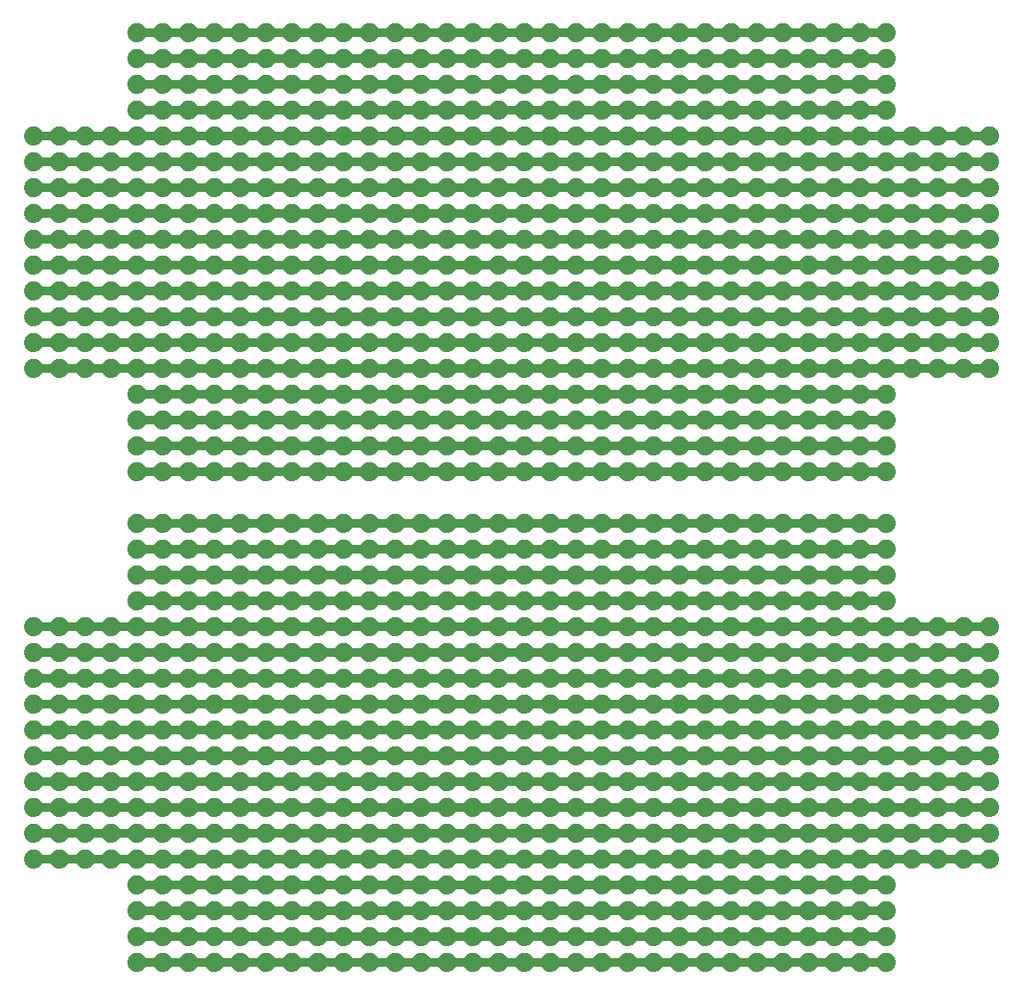
<source format=gbr>
G04 EAGLE Gerber RS-274X export*
G75*
%MOMM*%
%FSLAX34Y34*%
%LPD*%
%INBottom Copper*%
%IPPOS*%
%AMOC8*
5,1,8,0,0,1.08239X$1,22.5*%
G01*
%ADD10C,1.879600*%
%ADD11C,0.812800*%


D10*
X25400Y838200D03*
X50800Y838200D03*
X76200Y838200D03*
X101600Y838200D03*
X127000Y838200D03*
X152400Y838200D03*
X177800Y838200D03*
X203200Y838200D03*
X228600Y838200D03*
X254000Y838200D03*
X279400Y838200D03*
X304800Y838200D03*
X330200Y838200D03*
X355600Y838200D03*
X381000Y838200D03*
X406400Y838200D03*
X431800Y838200D03*
X457200Y838200D03*
X482600Y838200D03*
X508000Y838200D03*
X533400Y838200D03*
X558800Y838200D03*
X584200Y838200D03*
X609600Y838200D03*
X635000Y838200D03*
X660400Y838200D03*
X685800Y838200D03*
X711200Y838200D03*
X736600Y838200D03*
X762000Y838200D03*
X787400Y838200D03*
X812800Y838200D03*
X838200Y838200D03*
X863600Y838200D03*
X889000Y838200D03*
X914400Y838200D03*
X939800Y838200D03*
X965200Y838200D03*
X127000Y863600D03*
X152400Y863600D03*
X177800Y863600D03*
X203200Y863600D03*
X228600Y863600D03*
X254000Y863600D03*
X279400Y863600D03*
X304800Y863600D03*
X330200Y863600D03*
X355600Y863600D03*
X381000Y863600D03*
X406400Y863600D03*
X431800Y863600D03*
X457200Y863600D03*
X482600Y863600D03*
X508000Y863600D03*
X533400Y863600D03*
X558800Y863600D03*
X584200Y863600D03*
X609600Y863600D03*
X635000Y863600D03*
X660400Y863600D03*
X685800Y863600D03*
X711200Y863600D03*
X736600Y863600D03*
X762000Y863600D03*
X787400Y863600D03*
X812800Y863600D03*
X838200Y863600D03*
X863600Y863600D03*
X127000Y889000D03*
X152400Y889000D03*
X177800Y889000D03*
X203200Y889000D03*
X228600Y889000D03*
X254000Y889000D03*
X279400Y889000D03*
X304800Y889000D03*
X330200Y889000D03*
X355600Y889000D03*
X381000Y889000D03*
X406400Y889000D03*
X431800Y889000D03*
X457200Y889000D03*
X482600Y889000D03*
X508000Y889000D03*
X533400Y889000D03*
X558800Y889000D03*
X584200Y889000D03*
X609600Y889000D03*
X635000Y889000D03*
X660400Y889000D03*
X685800Y889000D03*
X711200Y889000D03*
X736600Y889000D03*
X762000Y889000D03*
X787400Y889000D03*
X812800Y889000D03*
X838200Y889000D03*
X863600Y889000D03*
X127000Y914400D03*
X152400Y914400D03*
X177800Y914400D03*
X203200Y914400D03*
X228600Y914400D03*
X254000Y914400D03*
X279400Y914400D03*
X304800Y914400D03*
X330200Y914400D03*
X355600Y914400D03*
X381000Y914400D03*
X406400Y914400D03*
X431800Y914400D03*
X457200Y914400D03*
X482600Y914400D03*
X508000Y914400D03*
X533400Y914400D03*
X558800Y914400D03*
X584200Y914400D03*
X609600Y914400D03*
X635000Y914400D03*
X660400Y914400D03*
X685800Y914400D03*
X711200Y914400D03*
X736600Y914400D03*
X762000Y914400D03*
X787400Y914400D03*
X812800Y914400D03*
X838200Y914400D03*
X863600Y914400D03*
X127000Y939800D03*
X152400Y939800D03*
X177800Y939800D03*
X203200Y939800D03*
X228600Y939800D03*
X254000Y939800D03*
X279400Y939800D03*
X304800Y939800D03*
X330200Y939800D03*
X355600Y939800D03*
X381000Y939800D03*
X406400Y939800D03*
X431800Y939800D03*
X457200Y939800D03*
X482600Y939800D03*
X508000Y939800D03*
X533400Y939800D03*
X558800Y939800D03*
X584200Y939800D03*
X609600Y939800D03*
X635000Y939800D03*
X660400Y939800D03*
X685800Y939800D03*
X711200Y939800D03*
X736600Y939800D03*
X762000Y939800D03*
X787400Y939800D03*
X812800Y939800D03*
X838200Y939800D03*
X863600Y939800D03*
X25400Y812800D03*
X50800Y812800D03*
X76200Y812800D03*
X101600Y812800D03*
X127000Y812800D03*
X152400Y812800D03*
X177800Y812800D03*
X203200Y812800D03*
X228600Y812800D03*
X254000Y812800D03*
X279400Y812800D03*
X304800Y812800D03*
X330200Y812800D03*
X355600Y812800D03*
X381000Y812800D03*
X406400Y812800D03*
X431800Y812800D03*
X457200Y812800D03*
X482600Y812800D03*
X508000Y812800D03*
X533400Y812800D03*
X558800Y812800D03*
X584200Y812800D03*
X609600Y812800D03*
X635000Y812800D03*
X660400Y812800D03*
X685800Y812800D03*
X711200Y812800D03*
X736600Y812800D03*
X762000Y812800D03*
X787400Y812800D03*
X812800Y812800D03*
X838200Y812800D03*
X863600Y812800D03*
X889000Y812800D03*
X914400Y812800D03*
X939800Y812800D03*
X965200Y812800D03*
X25400Y787400D03*
X50800Y787400D03*
X76200Y787400D03*
X101600Y787400D03*
X127000Y787400D03*
X152400Y787400D03*
X177800Y787400D03*
X203200Y787400D03*
X228600Y787400D03*
X254000Y787400D03*
X279400Y787400D03*
X304800Y787400D03*
X330200Y787400D03*
X355600Y787400D03*
X381000Y787400D03*
X406400Y787400D03*
X431800Y787400D03*
X457200Y787400D03*
X482600Y787400D03*
X508000Y787400D03*
X533400Y787400D03*
X558800Y787400D03*
X584200Y787400D03*
X609600Y787400D03*
X635000Y787400D03*
X660400Y787400D03*
X685800Y787400D03*
X711200Y787400D03*
X736600Y787400D03*
X762000Y787400D03*
X787400Y787400D03*
X812800Y787400D03*
X838200Y787400D03*
X863600Y787400D03*
X889000Y787400D03*
X914400Y787400D03*
X939800Y787400D03*
X965200Y787400D03*
X25400Y762000D03*
X50800Y762000D03*
X76200Y762000D03*
X101600Y762000D03*
X127000Y762000D03*
X152400Y762000D03*
X177800Y762000D03*
X203200Y762000D03*
X228600Y762000D03*
X254000Y762000D03*
X279400Y762000D03*
X304800Y762000D03*
X330200Y762000D03*
X355600Y762000D03*
X381000Y762000D03*
X406400Y762000D03*
X431800Y762000D03*
X457200Y762000D03*
X482600Y762000D03*
X508000Y762000D03*
X533400Y762000D03*
X558800Y762000D03*
X584200Y762000D03*
X609600Y762000D03*
X635000Y762000D03*
X660400Y762000D03*
X685800Y762000D03*
X711200Y762000D03*
X736600Y762000D03*
X762000Y762000D03*
X787400Y762000D03*
X812800Y762000D03*
X838200Y762000D03*
X863600Y762000D03*
X889000Y762000D03*
X914400Y762000D03*
X939800Y762000D03*
X965200Y762000D03*
X25400Y736600D03*
X50800Y736600D03*
X76200Y736600D03*
X101600Y736600D03*
X127000Y736600D03*
X152400Y736600D03*
X177800Y736600D03*
X203200Y736600D03*
X228600Y736600D03*
X254000Y736600D03*
X279400Y736600D03*
X304800Y736600D03*
X330200Y736600D03*
X355600Y736600D03*
X381000Y736600D03*
X406400Y736600D03*
X431800Y736600D03*
X457200Y736600D03*
X482600Y736600D03*
X508000Y736600D03*
X533400Y736600D03*
X558800Y736600D03*
X584200Y736600D03*
X609600Y736600D03*
X635000Y736600D03*
X660400Y736600D03*
X685800Y736600D03*
X711200Y736600D03*
X736600Y736600D03*
X762000Y736600D03*
X787400Y736600D03*
X812800Y736600D03*
X838200Y736600D03*
X863600Y736600D03*
X889000Y736600D03*
X914400Y736600D03*
X939800Y736600D03*
X965200Y736600D03*
X25400Y711200D03*
X50800Y711200D03*
X76200Y711200D03*
X101600Y711200D03*
X127000Y711200D03*
X152400Y711200D03*
X177800Y711200D03*
X203200Y711200D03*
X228600Y711200D03*
X254000Y711200D03*
X279400Y711200D03*
X304800Y711200D03*
X330200Y711200D03*
X355600Y711200D03*
X381000Y711200D03*
X406400Y711200D03*
X431800Y711200D03*
X457200Y711200D03*
X482600Y711200D03*
X508000Y711200D03*
X533400Y711200D03*
X558800Y711200D03*
X584200Y711200D03*
X609600Y711200D03*
X635000Y711200D03*
X660400Y711200D03*
X685800Y711200D03*
X711200Y711200D03*
X736600Y711200D03*
X762000Y711200D03*
X787400Y711200D03*
X812800Y711200D03*
X838200Y711200D03*
X863600Y711200D03*
X889000Y711200D03*
X914400Y711200D03*
X939800Y711200D03*
X965200Y711200D03*
X25400Y685800D03*
X50800Y685800D03*
X76200Y685800D03*
X101600Y685800D03*
X127000Y685800D03*
X152400Y685800D03*
X177800Y685800D03*
X203200Y685800D03*
X228600Y685800D03*
X254000Y685800D03*
X279400Y685800D03*
X304800Y685800D03*
X330200Y685800D03*
X355600Y685800D03*
X381000Y685800D03*
X406400Y685800D03*
X431800Y685800D03*
X457200Y685800D03*
X482600Y685800D03*
X508000Y685800D03*
X533400Y685800D03*
X558800Y685800D03*
X584200Y685800D03*
X609600Y685800D03*
X635000Y685800D03*
X660400Y685800D03*
X685800Y685800D03*
X711200Y685800D03*
X736600Y685800D03*
X762000Y685800D03*
X787400Y685800D03*
X812800Y685800D03*
X838200Y685800D03*
X863600Y685800D03*
X889000Y685800D03*
X914400Y685800D03*
X939800Y685800D03*
X965200Y685800D03*
X25400Y660400D03*
X50800Y660400D03*
X76200Y660400D03*
X101600Y660400D03*
X127000Y660400D03*
X152400Y660400D03*
X177800Y660400D03*
X203200Y660400D03*
X228600Y660400D03*
X254000Y660400D03*
X279400Y660400D03*
X304800Y660400D03*
X330200Y660400D03*
X355600Y660400D03*
X381000Y660400D03*
X406400Y660400D03*
X431800Y660400D03*
X457200Y660400D03*
X482600Y660400D03*
X508000Y660400D03*
X533400Y660400D03*
X558800Y660400D03*
X584200Y660400D03*
X609600Y660400D03*
X635000Y660400D03*
X660400Y660400D03*
X685800Y660400D03*
X711200Y660400D03*
X736600Y660400D03*
X762000Y660400D03*
X787400Y660400D03*
X812800Y660400D03*
X838200Y660400D03*
X863600Y660400D03*
X889000Y660400D03*
X914400Y660400D03*
X939800Y660400D03*
X965200Y660400D03*
X25400Y635000D03*
X50800Y635000D03*
X76200Y635000D03*
X101600Y635000D03*
X127000Y635000D03*
X152400Y635000D03*
X177800Y635000D03*
X203200Y635000D03*
X228600Y635000D03*
X254000Y635000D03*
X279400Y635000D03*
X304800Y635000D03*
X330200Y635000D03*
X355600Y635000D03*
X381000Y635000D03*
X406400Y635000D03*
X431800Y635000D03*
X457200Y635000D03*
X482600Y635000D03*
X508000Y635000D03*
X533400Y635000D03*
X558800Y635000D03*
X584200Y635000D03*
X609600Y635000D03*
X635000Y635000D03*
X660400Y635000D03*
X685800Y635000D03*
X711200Y635000D03*
X736600Y635000D03*
X762000Y635000D03*
X787400Y635000D03*
X812800Y635000D03*
X838200Y635000D03*
X863600Y635000D03*
X889000Y635000D03*
X914400Y635000D03*
X939800Y635000D03*
X965200Y635000D03*
X25400Y609600D03*
X50800Y609600D03*
X76200Y609600D03*
X101600Y609600D03*
X127000Y609600D03*
X152400Y609600D03*
X177800Y609600D03*
X203200Y609600D03*
X228600Y609600D03*
X254000Y609600D03*
X279400Y609600D03*
X304800Y609600D03*
X330200Y609600D03*
X355600Y609600D03*
X381000Y609600D03*
X406400Y609600D03*
X431800Y609600D03*
X457200Y609600D03*
X482600Y609600D03*
X508000Y609600D03*
X533400Y609600D03*
X558800Y609600D03*
X584200Y609600D03*
X609600Y609600D03*
X635000Y609600D03*
X660400Y609600D03*
X685800Y609600D03*
X711200Y609600D03*
X736600Y609600D03*
X762000Y609600D03*
X787400Y609600D03*
X812800Y609600D03*
X838200Y609600D03*
X863600Y609600D03*
X889000Y609600D03*
X914400Y609600D03*
X939800Y609600D03*
X965200Y609600D03*
X127000Y508000D03*
X152400Y508000D03*
X177800Y508000D03*
X203200Y508000D03*
X228600Y508000D03*
X254000Y508000D03*
X279400Y508000D03*
X304800Y508000D03*
X330200Y508000D03*
X355600Y508000D03*
X381000Y508000D03*
X406400Y508000D03*
X431800Y508000D03*
X457200Y508000D03*
X482600Y508000D03*
X508000Y508000D03*
X533400Y508000D03*
X558800Y508000D03*
X584200Y508000D03*
X609600Y508000D03*
X635000Y508000D03*
X660400Y508000D03*
X685800Y508000D03*
X711200Y508000D03*
X736600Y508000D03*
X762000Y508000D03*
X787400Y508000D03*
X812800Y508000D03*
X838200Y508000D03*
X863600Y508000D03*
X127000Y533400D03*
X152400Y533400D03*
X177800Y533400D03*
X203200Y533400D03*
X228600Y533400D03*
X254000Y533400D03*
X279400Y533400D03*
X304800Y533400D03*
X330200Y533400D03*
X355600Y533400D03*
X381000Y533400D03*
X406400Y533400D03*
X431800Y533400D03*
X457200Y533400D03*
X482600Y533400D03*
X508000Y533400D03*
X533400Y533400D03*
X558800Y533400D03*
X584200Y533400D03*
X609600Y533400D03*
X635000Y533400D03*
X660400Y533400D03*
X685800Y533400D03*
X711200Y533400D03*
X736600Y533400D03*
X762000Y533400D03*
X787400Y533400D03*
X812800Y533400D03*
X838200Y533400D03*
X863600Y533400D03*
X127000Y558800D03*
X152400Y558800D03*
X177800Y558800D03*
X203200Y558800D03*
X228600Y558800D03*
X254000Y558800D03*
X279400Y558800D03*
X304800Y558800D03*
X330200Y558800D03*
X355600Y558800D03*
X381000Y558800D03*
X406400Y558800D03*
X431800Y558800D03*
X457200Y558800D03*
X482600Y558800D03*
X508000Y558800D03*
X533400Y558800D03*
X558800Y558800D03*
X584200Y558800D03*
X609600Y558800D03*
X635000Y558800D03*
X660400Y558800D03*
X685800Y558800D03*
X711200Y558800D03*
X736600Y558800D03*
X762000Y558800D03*
X787400Y558800D03*
X812800Y558800D03*
X838200Y558800D03*
X863600Y558800D03*
X127000Y584200D03*
X152400Y584200D03*
X177800Y584200D03*
X203200Y584200D03*
X228600Y584200D03*
X254000Y584200D03*
X279400Y584200D03*
X304800Y584200D03*
X330200Y584200D03*
X355600Y584200D03*
X381000Y584200D03*
X406400Y584200D03*
X431800Y584200D03*
X457200Y584200D03*
X482600Y584200D03*
X508000Y584200D03*
X533400Y584200D03*
X558800Y584200D03*
X584200Y584200D03*
X609600Y584200D03*
X635000Y584200D03*
X660400Y584200D03*
X685800Y584200D03*
X711200Y584200D03*
X736600Y584200D03*
X762000Y584200D03*
X787400Y584200D03*
X812800Y584200D03*
X838200Y584200D03*
X863600Y584200D03*
X25400Y355600D03*
X50800Y355600D03*
X76200Y355600D03*
X101600Y355600D03*
X127000Y355600D03*
X152400Y355600D03*
X177800Y355600D03*
X203200Y355600D03*
X228600Y355600D03*
X254000Y355600D03*
X279400Y355600D03*
X304800Y355600D03*
X330200Y355600D03*
X355600Y355600D03*
X381000Y355600D03*
X406400Y355600D03*
X431800Y355600D03*
X457200Y355600D03*
X482600Y355600D03*
X508000Y355600D03*
X533400Y355600D03*
X558800Y355600D03*
X584200Y355600D03*
X609600Y355600D03*
X635000Y355600D03*
X660400Y355600D03*
X685800Y355600D03*
X711200Y355600D03*
X736600Y355600D03*
X762000Y355600D03*
X787400Y355600D03*
X812800Y355600D03*
X838200Y355600D03*
X863600Y355600D03*
X889000Y355600D03*
X914400Y355600D03*
X939800Y355600D03*
X965200Y355600D03*
X127000Y381000D03*
X152400Y381000D03*
X177800Y381000D03*
X203200Y381000D03*
X228600Y381000D03*
X254000Y381000D03*
X279400Y381000D03*
X304800Y381000D03*
X330200Y381000D03*
X355600Y381000D03*
X381000Y381000D03*
X406400Y381000D03*
X431800Y381000D03*
X457200Y381000D03*
X482600Y381000D03*
X508000Y381000D03*
X533400Y381000D03*
X558800Y381000D03*
X584200Y381000D03*
X609600Y381000D03*
X635000Y381000D03*
X660400Y381000D03*
X685800Y381000D03*
X711200Y381000D03*
X736600Y381000D03*
X762000Y381000D03*
X787400Y381000D03*
X812800Y381000D03*
X838200Y381000D03*
X863600Y381000D03*
X127000Y406400D03*
X152400Y406400D03*
X177800Y406400D03*
X203200Y406400D03*
X228600Y406400D03*
X254000Y406400D03*
X279400Y406400D03*
X304800Y406400D03*
X330200Y406400D03*
X355600Y406400D03*
X381000Y406400D03*
X406400Y406400D03*
X431800Y406400D03*
X457200Y406400D03*
X482600Y406400D03*
X508000Y406400D03*
X533400Y406400D03*
X558800Y406400D03*
X584200Y406400D03*
X609600Y406400D03*
X635000Y406400D03*
X660400Y406400D03*
X685800Y406400D03*
X711200Y406400D03*
X736600Y406400D03*
X762000Y406400D03*
X787400Y406400D03*
X812800Y406400D03*
X838200Y406400D03*
X863600Y406400D03*
X127000Y431800D03*
X152400Y431800D03*
X177800Y431800D03*
X203200Y431800D03*
X228600Y431800D03*
X254000Y431800D03*
X279400Y431800D03*
X304800Y431800D03*
X330200Y431800D03*
X355600Y431800D03*
X381000Y431800D03*
X406400Y431800D03*
X431800Y431800D03*
X457200Y431800D03*
X482600Y431800D03*
X508000Y431800D03*
X533400Y431800D03*
X558800Y431800D03*
X584200Y431800D03*
X609600Y431800D03*
X635000Y431800D03*
X660400Y431800D03*
X685800Y431800D03*
X711200Y431800D03*
X736600Y431800D03*
X762000Y431800D03*
X787400Y431800D03*
X812800Y431800D03*
X838200Y431800D03*
X863600Y431800D03*
X127000Y457200D03*
X152400Y457200D03*
X177800Y457200D03*
X203200Y457200D03*
X228600Y457200D03*
X254000Y457200D03*
X279400Y457200D03*
X304800Y457200D03*
X330200Y457200D03*
X355600Y457200D03*
X381000Y457200D03*
X406400Y457200D03*
X431800Y457200D03*
X457200Y457200D03*
X482600Y457200D03*
X508000Y457200D03*
X533400Y457200D03*
X558800Y457200D03*
X584200Y457200D03*
X609600Y457200D03*
X635000Y457200D03*
X660400Y457200D03*
X685800Y457200D03*
X711200Y457200D03*
X736600Y457200D03*
X762000Y457200D03*
X787400Y457200D03*
X812800Y457200D03*
X838200Y457200D03*
X863600Y457200D03*
X25400Y330200D03*
X50800Y330200D03*
X76200Y330200D03*
X101600Y330200D03*
X127000Y330200D03*
X152400Y330200D03*
X177800Y330200D03*
X203200Y330200D03*
X228600Y330200D03*
X254000Y330200D03*
X279400Y330200D03*
X304800Y330200D03*
X330200Y330200D03*
X355600Y330200D03*
X381000Y330200D03*
X406400Y330200D03*
X431800Y330200D03*
X457200Y330200D03*
X482600Y330200D03*
X508000Y330200D03*
X533400Y330200D03*
X558800Y330200D03*
X584200Y330200D03*
X609600Y330200D03*
X635000Y330200D03*
X660400Y330200D03*
X685800Y330200D03*
X711200Y330200D03*
X736600Y330200D03*
X762000Y330200D03*
X787400Y330200D03*
X812800Y330200D03*
X838200Y330200D03*
X863600Y330200D03*
X889000Y330200D03*
X914400Y330200D03*
X939800Y330200D03*
X965200Y330200D03*
X25400Y304800D03*
X50800Y304800D03*
X76200Y304800D03*
X101600Y304800D03*
X127000Y304800D03*
X152400Y304800D03*
X177800Y304800D03*
X203200Y304800D03*
X228600Y304800D03*
X254000Y304800D03*
X279400Y304800D03*
X304800Y304800D03*
X330200Y304800D03*
X355600Y304800D03*
X381000Y304800D03*
X406400Y304800D03*
X431800Y304800D03*
X457200Y304800D03*
X482600Y304800D03*
X508000Y304800D03*
X533400Y304800D03*
X558800Y304800D03*
X584200Y304800D03*
X609600Y304800D03*
X635000Y304800D03*
X660400Y304800D03*
X685800Y304800D03*
X711200Y304800D03*
X736600Y304800D03*
X762000Y304800D03*
X787400Y304800D03*
X812800Y304800D03*
X838200Y304800D03*
X863600Y304800D03*
X889000Y304800D03*
X914400Y304800D03*
X939800Y304800D03*
X965200Y304800D03*
X25400Y279400D03*
X50800Y279400D03*
X76200Y279400D03*
X101600Y279400D03*
X127000Y279400D03*
X152400Y279400D03*
X177800Y279400D03*
X203200Y279400D03*
X228600Y279400D03*
X254000Y279400D03*
X279400Y279400D03*
X304800Y279400D03*
X330200Y279400D03*
X355600Y279400D03*
X381000Y279400D03*
X406400Y279400D03*
X431800Y279400D03*
X457200Y279400D03*
X482600Y279400D03*
X508000Y279400D03*
X533400Y279400D03*
X558800Y279400D03*
X584200Y279400D03*
X609600Y279400D03*
X635000Y279400D03*
X660400Y279400D03*
X685800Y279400D03*
X711200Y279400D03*
X736600Y279400D03*
X762000Y279400D03*
X787400Y279400D03*
X812800Y279400D03*
X838200Y279400D03*
X863600Y279400D03*
X889000Y279400D03*
X914400Y279400D03*
X939800Y279400D03*
X965200Y279400D03*
X25400Y254000D03*
X50800Y254000D03*
X76200Y254000D03*
X101600Y254000D03*
X127000Y254000D03*
X152400Y254000D03*
X177800Y254000D03*
X203200Y254000D03*
X228600Y254000D03*
X254000Y254000D03*
X279400Y254000D03*
X304800Y254000D03*
X330200Y254000D03*
X355600Y254000D03*
X381000Y254000D03*
X406400Y254000D03*
X431800Y254000D03*
X457200Y254000D03*
X482600Y254000D03*
X508000Y254000D03*
X533400Y254000D03*
X558800Y254000D03*
X584200Y254000D03*
X609600Y254000D03*
X635000Y254000D03*
X660400Y254000D03*
X685800Y254000D03*
X711200Y254000D03*
X736600Y254000D03*
X762000Y254000D03*
X787400Y254000D03*
X812800Y254000D03*
X838200Y254000D03*
X863600Y254000D03*
X889000Y254000D03*
X914400Y254000D03*
X939800Y254000D03*
X965200Y254000D03*
X25400Y228600D03*
X50800Y228600D03*
X76200Y228600D03*
X101600Y228600D03*
X127000Y228600D03*
X152400Y228600D03*
X177800Y228600D03*
X203200Y228600D03*
X228600Y228600D03*
X254000Y228600D03*
X279400Y228600D03*
X304800Y228600D03*
X330200Y228600D03*
X355600Y228600D03*
X381000Y228600D03*
X406400Y228600D03*
X431800Y228600D03*
X457200Y228600D03*
X482600Y228600D03*
X508000Y228600D03*
X533400Y228600D03*
X558800Y228600D03*
X584200Y228600D03*
X609600Y228600D03*
X635000Y228600D03*
X660400Y228600D03*
X685800Y228600D03*
X711200Y228600D03*
X736600Y228600D03*
X762000Y228600D03*
X787400Y228600D03*
X812800Y228600D03*
X838200Y228600D03*
X863600Y228600D03*
X889000Y228600D03*
X914400Y228600D03*
X939800Y228600D03*
X965200Y228600D03*
X25400Y203200D03*
X50800Y203200D03*
X76200Y203200D03*
X101600Y203200D03*
X127000Y203200D03*
X152400Y203200D03*
X177800Y203200D03*
X203200Y203200D03*
X228600Y203200D03*
X254000Y203200D03*
X279400Y203200D03*
X304800Y203200D03*
X330200Y203200D03*
X355600Y203200D03*
X381000Y203200D03*
X406400Y203200D03*
X431800Y203200D03*
X457200Y203200D03*
X482600Y203200D03*
X508000Y203200D03*
X533400Y203200D03*
X558800Y203200D03*
X584200Y203200D03*
X609600Y203200D03*
X635000Y203200D03*
X660400Y203200D03*
X685800Y203200D03*
X711200Y203200D03*
X736600Y203200D03*
X762000Y203200D03*
X787400Y203200D03*
X812800Y203200D03*
X838200Y203200D03*
X863600Y203200D03*
X889000Y203200D03*
X914400Y203200D03*
X939800Y203200D03*
X965200Y203200D03*
X25400Y177800D03*
X50800Y177800D03*
X76200Y177800D03*
X101600Y177800D03*
X127000Y177800D03*
X152400Y177800D03*
X177800Y177800D03*
X203200Y177800D03*
X228600Y177800D03*
X254000Y177800D03*
X279400Y177800D03*
X304800Y177800D03*
X330200Y177800D03*
X355600Y177800D03*
X381000Y177800D03*
X406400Y177800D03*
X431800Y177800D03*
X457200Y177800D03*
X482600Y177800D03*
X508000Y177800D03*
X533400Y177800D03*
X558800Y177800D03*
X584200Y177800D03*
X609600Y177800D03*
X635000Y177800D03*
X660400Y177800D03*
X685800Y177800D03*
X711200Y177800D03*
X736600Y177800D03*
X762000Y177800D03*
X787400Y177800D03*
X812800Y177800D03*
X838200Y177800D03*
X863600Y177800D03*
X889000Y177800D03*
X914400Y177800D03*
X939800Y177800D03*
X965200Y177800D03*
X25400Y152400D03*
X50800Y152400D03*
X76200Y152400D03*
X101600Y152400D03*
X127000Y152400D03*
X152400Y152400D03*
X177800Y152400D03*
X203200Y152400D03*
X228600Y152400D03*
X254000Y152400D03*
X279400Y152400D03*
X304800Y152400D03*
X330200Y152400D03*
X355600Y152400D03*
X381000Y152400D03*
X406400Y152400D03*
X431800Y152400D03*
X457200Y152400D03*
X482600Y152400D03*
X508000Y152400D03*
X533400Y152400D03*
X558800Y152400D03*
X584200Y152400D03*
X609600Y152400D03*
X635000Y152400D03*
X660400Y152400D03*
X685800Y152400D03*
X711200Y152400D03*
X736600Y152400D03*
X762000Y152400D03*
X787400Y152400D03*
X812800Y152400D03*
X838200Y152400D03*
X863600Y152400D03*
X889000Y152400D03*
X914400Y152400D03*
X939800Y152400D03*
X965200Y152400D03*
X25400Y127000D03*
X50800Y127000D03*
X76200Y127000D03*
X101600Y127000D03*
X127000Y127000D03*
X152400Y127000D03*
X177800Y127000D03*
X203200Y127000D03*
X228600Y127000D03*
X254000Y127000D03*
X279400Y127000D03*
X304800Y127000D03*
X330200Y127000D03*
X355600Y127000D03*
X381000Y127000D03*
X406400Y127000D03*
X431800Y127000D03*
X457200Y127000D03*
X482600Y127000D03*
X508000Y127000D03*
X533400Y127000D03*
X558800Y127000D03*
X584200Y127000D03*
X609600Y127000D03*
X635000Y127000D03*
X660400Y127000D03*
X685800Y127000D03*
X711200Y127000D03*
X736600Y127000D03*
X762000Y127000D03*
X787400Y127000D03*
X812800Y127000D03*
X838200Y127000D03*
X863600Y127000D03*
X889000Y127000D03*
X914400Y127000D03*
X939800Y127000D03*
X965200Y127000D03*
X127000Y25400D03*
X152400Y25400D03*
X177800Y25400D03*
X203200Y25400D03*
X228600Y25400D03*
X254000Y25400D03*
X279400Y25400D03*
X304800Y25400D03*
X330200Y25400D03*
X355600Y25400D03*
X381000Y25400D03*
X406400Y25400D03*
X431800Y25400D03*
X457200Y25400D03*
X482600Y25400D03*
X508000Y25400D03*
X533400Y25400D03*
X558800Y25400D03*
X584200Y25400D03*
X609600Y25400D03*
X635000Y25400D03*
X660400Y25400D03*
X685800Y25400D03*
X711200Y25400D03*
X736600Y25400D03*
X762000Y25400D03*
X787400Y25400D03*
X812800Y25400D03*
X838200Y25400D03*
X863600Y25400D03*
X127000Y50800D03*
X152400Y50800D03*
X177800Y50800D03*
X203200Y50800D03*
X228600Y50800D03*
X254000Y50800D03*
X279400Y50800D03*
X304800Y50800D03*
X330200Y50800D03*
X355600Y50800D03*
X381000Y50800D03*
X406400Y50800D03*
X431800Y50800D03*
X457200Y50800D03*
X482600Y50800D03*
X508000Y50800D03*
X533400Y50800D03*
X558800Y50800D03*
X584200Y50800D03*
X609600Y50800D03*
X635000Y50800D03*
X660400Y50800D03*
X685800Y50800D03*
X711200Y50800D03*
X736600Y50800D03*
X762000Y50800D03*
X787400Y50800D03*
X812800Y50800D03*
X838200Y50800D03*
X863600Y50800D03*
X127000Y76200D03*
X152400Y76200D03*
X177800Y76200D03*
X203200Y76200D03*
X228600Y76200D03*
X254000Y76200D03*
X279400Y76200D03*
X304800Y76200D03*
X330200Y76200D03*
X355600Y76200D03*
X381000Y76200D03*
X406400Y76200D03*
X431800Y76200D03*
X457200Y76200D03*
X482600Y76200D03*
X508000Y76200D03*
X533400Y76200D03*
X558800Y76200D03*
X584200Y76200D03*
X609600Y76200D03*
X635000Y76200D03*
X660400Y76200D03*
X685800Y76200D03*
X711200Y76200D03*
X736600Y76200D03*
X762000Y76200D03*
X787400Y76200D03*
X812800Y76200D03*
X838200Y76200D03*
X863600Y76200D03*
X127000Y101600D03*
X152400Y101600D03*
X177800Y101600D03*
X203200Y101600D03*
X228600Y101600D03*
X254000Y101600D03*
X279400Y101600D03*
X304800Y101600D03*
X330200Y101600D03*
X355600Y101600D03*
X381000Y101600D03*
X406400Y101600D03*
X431800Y101600D03*
X457200Y101600D03*
X482600Y101600D03*
X508000Y101600D03*
X533400Y101600D03*
X558800Y101600D03*
X584200Y101600D03*
X609600Y101600D03*
X635000Y101600D03*
X660400Y101600D03*
X685800Y101600D03*
X711200Y101600D03*
X736600Y101600D03*
X762000Y101600D03*
X787400Y101600D03*
X812800Y101600D03*
X838200Y101600D03*
X863600Y101600D03*
D11*
X152400Y939800D02*
X127000Y939800D01*
X152400Y939800D02*
X177800Y939800D01*
X203200Y939800D01*
X228600Y939800D01*
X254000Y939800D01*
X279400Y939800D01*
X304800Y939800D01*
X330200Y939800D01*
X355600Y939800D01*
X381000Y939800D01*
X406400Y939800D01*
X431800Y939800D01*
X457200Y939800D01*
X482600Y939800D01*
X508000Y939800D01*
X533400Y939800D01*
X558800Y939800D01*
X584200Y939800D01*
X609600Y939800D01*
X635000Y939800D01*
X660400Y939800D01*
X685800Y939800D01*
X711200Y939800D01*
X736600Y939800D01*
X762000Y939800D01*
X787400Y939800D01*
X812800Y939800D01*
X838200Y939800D01*
X863600Y939800D01*
X863600Y914400D02*
X838200Y914400D01*
X812800Y914400D01*
X787400Y914400D01*
X762000Y914400D01*
X736600Y914400D01*
X711200Y914400D01*
X685800Y914400D01*
X660400Y914400D01*
X635000Y914400D01*
X609600Y914400D01*
X584200Y914400D01*
X558800Y914400D01*
X533400Y914400D01*
X508000Y914400D01*
X482600Y914400D01*
X457200Y914400D01*
X431800Y914400D01*
X406400Y914400D01*
X381000Y914400D01*
X355600Y914400D01*
X330200Y914400D01*
X304800Y914400D01*
X279400Y914400D01*
X254000Y914400D01*
X228600Y914400D01*
X203200Y914400D01*
X177800Y914400D01*
X152400Y914400D01*
X127000Y914400D01*
X127000Y889000D02*
X152400Y889000D01*
X177800Y889000D01*
X203200Y889000D01*
X228600Y889000D01*
X254000Y889000D01*
X279400Y889000D01*
X304800Y889000D01*
X330200Y889000D01*
X355600Y889000D01*
X381000Y889000D01*
X406400Y889000D01*
X431800Y889000D01*
X457200Y889000D01*
X482600Y889000D01*
X508000Y889000D01*
X533400Y889000D01*
X558800Y889000D01*
X584200Y889000D01*
X609600Y889000D01*
X635000Y889000D01*
X660400Y889000D01*
X685800Y889000D01*
X711200Y889000D01*
X736600Y889000D01*
X762000Y889000D01*
X787400Y889000D01*
X812800Y889000D01*
X838200Y889000D01*
X863600Y889000D01*
X863600Y863600D02*
X838200Y863600D01*
X812800Y863600D01*
X787400Y863600D01*
X762000Y863600D01*
X736600Y863600D01*
X711200Y863600D01*
X685800Y863600D01*
X660400Y863600D01*
X635000Y863600D01*
X609600Y863600D01*
X584200Y863600D01*
X558800Y863600D01*
X533400Y863600D01*
X508000Y863600D01*
X482600Y863600D01*
X457200Y863600D01*
X431800Y863600D01*
X406400Y863600D01*
X381000Y863600D01*
X355600Y863600D01*
X330200Y863600D01*
X304800Y863600D01*
X279400Y863600D01*
X254000Y863600D01*
X228600Y863600D01*
X203200Y863600D01*
X177800Y863600D01*
X152400Y863600D01*
X127000Y863600D01*
X50800Y838200D02*
X25400Y838200D01*
X50800Y838200D02*
X76200Y838200D01*
X101600Y838200D01*
X127000Y838200D01*
X152400Y838200D01*
X177800Y838200D01*
X203200Y838200D01*
X228600Y838200D01*
X254000Y838200D01*
X279400Y838200D01*
X304800Y838200D01*
X330200Y838200D01*
X355600Y838200D01*
X381000Y838200D01*
X406400Y838200D01*
X431800Y838200D01*
X457200Y838200D01*
X482600Y838200D01*
X508000Y838200D01*
X533400Y838200D01*
X558800Y838200D01*
X584200Y838200D01*
X609600Y838200D01*
X635000Y838200D01*
X660400Y838200D01*
X685800Y838200D01*
X711200Y838200D01*
X736600Y838200D01*
X762000Y838200D01*
X787400Y838200D01*
X812800Y838200D01*
X838200Y838200D01*
X863600Y838200D01*
X889000Y838200D01*
X914400Y838200D01*
X939800Y838200D01*
X965200Y838200D01*
X965200Y812800D02*
X939800Y812800D01*
X914400Y812800D01*
X889000Y812800D01*
X863600Y812800D01*
X838200Y812800D01*
X812800Y812800D01*
X787400Y812800D01*
X762000Y812800D01*
X736600Y812800D01*
X711200Y812800D01*
X685800Y812800D01*
X660400Y812800D01*
X635000Y812800D01*
X609600Y812800D01*
X584200Y812800D01*
X558800Y812800D01*
X533400Y812800D01*
X508000Y812800D01*
X482600Y812800D01*
X457200Y812800D01*
X431800Y812800D01*
X406400Y812800D01*
X381000Y812800D01*
X355600Y812800D01*
X330200Y812800D01*
X304800Y812800D01*
X279400Y812800D01*
X254000Y812800D01*
X228600Y812800D01*
X203200Y812800D01*
X177800Y812800D01*
X152400Y812800D01*
X127000Y812800D01*
X101600Y812800D01*
X76200Y812800D01*
X50800Y812800D01*
X25400Y812800D01*
X25400Y787400D02*
X50800Y787400D01*
X76200Y787400D01*
X101600Y787400D01*
X127000Y787400D01*
X152400Y787400D01*
X177800Y787400D01*
X203200Y787400D01*
X228600Y787400D01*
X254000Y787400D01*
X279400Y787400D01*
X304800Y787400D01*
X330200Y787400D01*
X355600Y787400D01*
X381000Y787400D01*
X406400Y787400D01*
X431800Y787400D01*
X457200Y787400D01*
X482600Y787400D01*
X508000Y787400D01*
X533400Y787400D01*
X558800Y787400D01*
X584200Y787400D01*
X609600Y787400D01*
X635000Y787400D01*
X660400Y787400D01*
X685800Y787400D01*
X711200Y787400D01*
X736600Y787400D01*
X762000Y787400D01*
X787400Y787400D01*
X812800Y787400D01*
X838200Y787400D01*
X863600Y787400D01*
X889000Y787400D01*
X914400Y787400D01*
X939800Y787400D01*
X965200Y787400D01*
X965200Y762000D02*
X939800Y762000D01*
X914400Y762000D01*
X889000Y762000D01*
X863600Y762000D01*
X838200Y762000D01*
X812800Y762000D01*
X787400Y762000D01*
X762000Y762000D01*
X736600Y762000D01*
X711200Y762000D01*
X685800Y762000D01*
X660400Y762000D01*
X635000Y762000D01*
X609600Y762000D01*
X584200Y762000D01*
X558800Y762000D01*
X533400Y762000D01*
X508000Y762000D01*
X482600Y762000D01*
X457200Y762000D01*
X431800Y762000D01*
X406400Y762000D01*
X381000Y762000D01*
X355600Y762000D01*
X330200Y762000D01*
X304800Y762000D01*
X279400Y762000D01*
X254000Y762000D01*
X228600Y762000D01*
X203200Y762000D01*
X177800Y762000D01*
X152400Y762000D01*
X127000Y762000D01*
X101600Y762000D01*
X76200Y762000D01*
X50800Y762000D01*
X25400Y762000D01*
X25400Y736600D02*
X50800Y736600D01*
X76200Y736600D01*
X101600Y736600D01*
X127000Y736600D01*
X152400Y736600D01*
X177800Y736600D01*
X203200Y736600D01*
X228600Y736600D01*
X254000Y736600D01*
X279400Y736600D01*
X304800Y736600D01*
X330200Y736600D01*
X355600Y736600D01*
X381000Y736600D01*
X406400Y736600D01*
X431800Y736600D01*
X457200Y736600D01*
X482600Y736600D01*
X508000Y736600D01*
X533400Y736600D01*
X558800Y736600D01*
X584200Y736600D01*
X609600Y736600D01*
X635000Y736600D01*
X660400Y736600D01*
X685800Y736600D01*
X711200Y736600D01*
X736600Y736600D01*
X762000Y736600D01*
X787400Y736600D01*
X812800Y736600D01*
X838200Y736600D01*
X863600Y736600D01*
X889000Y736600D01*
X914400Y736600D01*
X939800Y736600D01*
X965200Y736600D01*
X965200Y711200D02*
X939800Y711200D01*
X914400Y711200D01*
X889000Y711200D01*
X863600Y711200D01*
X838200Y711200D01*
X812800Y711200D01*
X787400Y711200D01*
X762000Y711200D01*
X736600Y711200D01*
X711200Y711200D01*
X685800Y711200D01*
X660400Y711200D01*
X635000Y711200D01*
X609600Y711200D01*
X584200Y711200D01*
X558800Y711200D01*
X533400Y711200D01*
X508000Y711200D01*
X482600Y711200D01*
X457200Y711200D01*
X431800Y711200D01*
X406400Y711200D01*
X381000Y711200D01*
X355600Y711200D01*
X330200Y711200D01*
X304800Y711200D01*
X279400Y711200D01*
X254000Y711200D01*
X228600Y711200D01*
X203200Y711200D01*
X177800Y711200D01*
X152400Y711200D01*
X127000Y711200D01*
X101600Y711200D01*
X76200Y711200D01*
X50800Y711200D01*
X25400Y711200D01*
X25400Y685800D02*
X50800Y685800D01*
X76200Y685800D01*
X101600Y685800D01*
X127000Y685800D01*
X152400Y685800D01*
X177800Y685800D01*
X203200Y685800D01*
X228600Y685800D01*
X254000Y685800D01*
X279400Y685800D01*
X304800Y685800D01*
X330200Y685800D01*
X355600Y685800D01*
X381000Y685800D01*
X406400Y685800D01*
X431800Y685800D01*
X457200Y685800D01*
X482600Y685800D01*
X508000Y685800D01*
X533400Y685800D01*
X558800Y685800D01*
X584200Y685800D01*
X609600Y685800D01*
X635000Y685800D01*
X660400Y685800D01*
X685800Y685800D01*
X711200Y685800D01*
X736600Y685800D01*
X762000Y685800D01*
X787400Y685800D01*
X812800Y685800D01*
X838200Y685800D01*
X863600Y685800D01*
X889000Y685800D01*
X914400Y685800D01*
X939800Y685800D01*
X965200Y685800D01*
X965200Y660400D02*
X939800Y660400D01*
X914400Y660400D01*
X889000Y660400D01*
X863600Y660400D01*
X838200Y660400D01*
X812800Y660400D01*
X787400Y660400D01*
X762000Y660400D01*
X736600Y660400D01*
X711200Y660400D01*
X685800Y660400D01*
X660400Y660400D01*
X635000Y660400D01*
X609600Y660400D01*
X584200Y660400D01*
X558800Y660400D01*
X533400Y660400D01*
X508000Y660400D01*
X482600Y660400D01*
X457200Y660400D01*
X431800Y660400D01*
X406400Y660400D01*
X381000Y660400D01*
X355600Y660400D01*
X330200Y660400D01*
X304800Y660400D01*
X279400Y660400D01*
X254000Y660400D01*
X228600Y660400D01*
X203200Y660400D01*
X177800Y660400D01*
X152400Y660400D01*
X127000Y660400D01*
X101600Y660400D01*
X76200Y660400D01*
X50800Y660400D01*
X25400Y660400D01*
X25400Y635000D02*
X50800Y635000D01*
X76200Y635000D01*
X101600Y635000D01*
X127000Y635000D01*
X152400Y635000D01*
X177800Y635000D01*
X203200Y635000D01*
X228600Y635000D01*
X254000Y635000D01*
X279400Y635000D01*
X304800Y635000D01*
X330200Y635000D01*
X355600Y635000D01*
X381000Y635000D01*
X406400Y635000D01*
X431800Y635000D01*
X457200Y635000D01*
X482600Y635000D01*
X508000Y635000D01*
X533400Y635000D01*
X558800Y635000D01*
X584200Y635000D01*
X609600Y635000D01*
X635000Y635000D01*
X660400Y635000D01*
X685800Y635000D01*
X711200Y635000D01*
X736600Y635000D01*
X762000Y635000D01*
X787400Y635000D01*
X812800Y635000D01*
X838200Y635000D01*
X863600Y635000D01*
X889000Y635000D01*
X914400Y635000D01*
X939800Y635000D01*
X965200Y635000D01*
X965200Y609600D02*
X939800Y609600D01*
X914400Y609600D01*
X889000Y609600D01*
X863600Y609600D01*
X838200Y609600D01*
X812800Y609600D01*
X787400Y609600D01*
X762000Y609600D01*
X736600Y609600D01*
X711200Y609600D01*
X685800Y609600D01*
X660400Y609600D01*
X635000Y609600D01*
X609600Y609600D01*
X584200Y609600D01*
X558800Y609600D01*
X533400Y609600D01*
X508000Y609600D01*
X482600Y609600D01*
X457200Y609600D01*
X431800Y609600D01*
X406400Y609600D01*
X381000Y609600D01*
X355600Y609600D01*
X330200Y609600D01*
X304800Y609600D01*
X279400Y609600D01*
X254000Y609600D01*
X228600Y609600D01*
X203200Y609600D01*
X177800Y609600D01*
X152400Y609600D01*
X127000Y609600D01*
X101600Y609600D01*
X76200Y609600D01*
X50800Y609600D01*
X25400Y609600D01*
X127000Y584200D02*
X152400Y584200D01*
X177800Y584200D01*
X203200Y584200D01*
X228600Y584200D01*
X254000Y584200D01*
X279400Y584200D01*
X304800Y584200D01*
X330200Y584200D01*
X355600Y584200D01*
X381000Y584200D01*
X406400Y584200D01*
X431800Y584200D01*
X457200Y584200D01*
X482600Y584200D01*
X508000Y584200D01*
X533400Y584200D01*
X558800Y584200D01*
X584200Y584200D01*
X609600Y584200D01*
X635000Y584200D01*
X660400Y584200D01*
X685800Y584200D01*
X711200Y584200D01*
X736600Y584200D01*
X762000Y584200D01*
X787400Y584200D01*
X812800Y584200D01*
X838200Y584200D01*
X863600Y584200D01*
X863600Y558800D02*
X838200Y558800D01*
X812800Y558800D01*
X787400Y558800D01*
X762000Y558800D01*
X736600Y558800D01*
X711200Y558800D01*
X685800Y558800D01*
X660400Y558800D01*
X635000Y558800D01*
X609600Y558800D01*
X584200Y558800D01*
X558800Y558800D01*
X533400Y558800D01*
X508000Y558800D01*
X482600Y558800D01*
X457200Y558800D01*
X431800Y558800D01*
X406400Y558800D01*
X381000Y558800D01*
X355600Y558800D01*
X330200Y558800D01*
X304800Y558800D01*
X279400Y558800D01*
X254000Y558800D01*
X228600Y558800D01*
X203200Y558800D01*
X177800Y558800D01*
X152400Y558800D01*
X127000Y558800D01*
X127000Y533400D02*
X152400Y533400D01*
X177800Y533400D01*
X203200Y533400D01*
X228600Y533400D01*
X254000Y533400D01*
X279400Y533400D01*
X304800Y533400D01*
X330200Y533400D01*
X355600Y533400D01*
X381000Y533400D01*
X406400Y533400D01*
X431800Y533400D01*
X457200Y533400D01*
X482600Y533400D01*
X508000Y533400D01*
X533400Y533400D01*
X558800Y533400D01*
X584200Y533400D01*
X609600Y533400D01*
X635000Y533400D01*
X660400Y533400D01*
X685800Y533400D01*
X711200Y533400D01*
X736600Y533400D01*
X762000Y533400D01*
X787400Y533400D01*
X812800Y533400D01*
X838200Y533400D01*
X863600Y533400D01*
X152400Y508000D02*
X127000Y508000D01*
X152400Y508000D02*
X177800Y508000D01*
X203200Y508000D01*
X228600Y508000D01*
X254000Y508000D01*
X279400Y508000D01*
X304800Y508000D01*
X330200Y508000D01*
X355600Y508000D01*
X381000Y508000D01*
X406400Y508000D01*
X431800Y508000D01*
X457200Y508000D01*
X482600Y508000D01*
X508000Y508000D01*
X533400Y508000D01*
X558800Y508000D01*
X584200Y508000D01*
X609600Y508000D01*
X635000Y508000D01*
X660400Y508000D01*
X685800Y508000D01*
X711200Y508000D01*
X736600Y508000D01*
X762000Y508000D01*
X787400Y508000D01*
X812800Y508000D01*
X838200Y508000D01*
X863600Y508000D01*
X152400Y457200D02*
X127000Y457200D01*
X152400Y457200D02*
X177800Y457200D01*
X203200Y457200D01*
X228600Y457200D01*
X254000Y457200D01*
X279400Y457200D01*
X304800Y457200D01*
X330200Y457200D01*
X355600Y457200D01*
X381000Y457200D01*
X406400Y457200D01*
X431800Y457200D01*
X457200Y457200D01*
X482600Y457200D01*
X508000Y457200D01*
X533400Y457200D01*
X558800Y457200D01*
X584200Y457200D01*
X609600Y457200D01*
X635000Y457200D01*
X660400Y457200D01*
X685800Y457200D01*
X711200Y457200D01*
X736600Y457200D01*
X762000Y457200D01*
X787400Y457200D01*
X812800Y457200D01*
X838200Y457200D01*
X863600Y457200D01*
X863600Y431800D02*
X838200Y431800D01*
X812800Y431800D01*
X787400Y431800D01*
X762000Y431800D01*
X736600Y431800D01*
X711200Y431800D01*
X685800Y431800D01*
X660400Y431800D01*
X635000Y431800D01*
X609600Y431800D01*
X584200Y431800D01*
X558800Y431800D01*
X533400Y431800D01*
X508000Y431800D01*
X482600Y431800D01*
X457200Y431800D01*
X431800Y431800D01*
X406400Y431800D01*
X381000Y431800D01*
X355600Y431800D01*
X330200Y431800D01*
X304800Y431800D01*
X279400Y431800D01*
X254000Y431800D01*
X228600Y431800D01*
X203200Y431800D01*
X177800Y431800D01*
X152400Y431800D01*
X127000Y431800D01*
X127000Y406400D02*
X152400Y406400D01*
X177800Y406400D01*
X203200Y406400D01*
X228600Y406400D01*
X254000Y406400D01*
X279400Y406400D01*
X304800Y406400D01*
X330200Y406400D01*
X355600Y406400D01*
X381000Y406400D01*
X406400Y406400D01*
X431800Y406400D01*
X457200Y406400D01*
X482600Y406400D01*
X508000Y406400D01*
X533400Y406400D01*
X558800Y406400D01*
X584200Y406400D01*
X609600Y406400D01*
X635000Y406400D01*
X660400Y406400D01*
X685800Y406400D01*
X711200Y406400D01*
X736600Y406400D01*
X762000Y406400D01*
X787400Y406400D01*
X812800Y406400D01*
X838200Y406400D01*
X863600Y406400D01*
X863600Y381000D02*
X838200Y381000D01*
X812800Y381000D01*
X787400Y381000D01*
X762000Y381000D01*
X736600Y381000D01*
X711200Y381000D01*
X685800Y381000D01*
X660400Y381000D01*
X635000Y381000D01*
X609600Y381000D01*
X584200Y381000D01*
X558800Y381000D01*
X533400Y381000D01*
X508000Y381000D01*
X482600Y381000D01*
X457200Y381000D01*
X431800Y381000D01*
X406400Y381000D01*
X381000Y381000D01*
X355600Y381000D01*
X330200Y381000D01*
X304800Y381000D01*
X279400Y381000D01*
X254000Y381000D01*
X228600Y381000D01*
X203200Y381000D01*
X177800Y381000D01*
X152400Y381000D01*
X127000Y381000D01*
X50800Y355600D02*
X25400Y355600D01*
X50800Y355600D02*
X76200Y355600D01*
X101600Y355600D01*
X127000Y355600D01*
X152400Y355600D01*
X177800Y355600D01*
X203200Y355600D01*
X228600Y355600D01*
X254000Y355600D01*
X279400Y355600D01*
X304800Y355600D01*
X330200Y355600D01*
X355600Y355600D01*
X381000Y355600D01*
X406400Y355600D01*
X431800Y355600D01*
X457200Y355600D01*
X482600Y355600D01*
X508000Y355600D01*
X533400Y355600D01*
X558800Y355600D01*
X584200Y355600D01*
X609600Y355600D01*
X635000Y355600D01*
X660400Y355600D01*
X685800Y355600D01*
X711200Y355600D01*
X736600Y355600D01*
X762000Y355600D01*
X787400Y355600D01*
X812800Y355600D01*
X838200Y355600D01*
X863600Y355600D01*
X889000Y355600D01*
X914400Y355600D01*
X939800Y355600D01*
X965200Y355600D01*
X965200Y330200D02*
X939800Y330200D01*
X914400Y330200D01*
X889000Y330200D01*
X863600Y330200D01*
X838200Y330200D01*
X812800Y330200D01*
X787400Y330200D01*
X762000Y330200D01*
X736600Y330200D01*
X711200Y330200D01*
X685800Y330200D01*
X660400Y330200D01*
X635000Y330200D01*
X609600Y330200D01*
X584200Y330200D01*
X558800Y330200D01*
X533400Y330200D01*
X508000Y330200D01*
X482600Y330200D01*
X457200Y330200D01*
X431800Y330200D01*
X406400Y330200D01*
X381000Y330200D01*
X355600Y330200D01*
X330200Y330200D01*
X304800Y330200D01*
X279400Y330200D01*
X254000Y330200D01*
X228600Y330200D01*
X203200Y330200D01*
X177800Y330200D01*
X152400Y330200D01*
X127000Y330200D01*
X101600Y330200D01*
X76200Y330200D01*
X50800Y330200D01*
X25400Y330200D01*
X25400Y304800D02*
X50800Y304800D01*
X76200Y304800D01*
X101600Y304800D01*
X127000Y304800D01*
X152400Y304800D01*
X177800Y304800D01*
X203200Y304800D01*
X228600Y304800D01*
X254000Y304800D01*
X279400Y304800D01*
X304800Y304800D01*
X330200Y304800D01*
X355600Y304800D01*
X381000Y304800D01*
X406400Y304800D01*
X431800Y304800D01*
X457200Y304800D01*
X482600Y304800D01*
X508000Y304800D01*
X533400Y304800D01*
X558800Y304800D01*
X584200Y304800D01*
X609600Y304800D01*
X635000Y304800D01*
X660400Y304800D01*
X685800Y304800D01*
X711200Y304800D01*
X736600Y304800D01*
X762000Y304800D01*
X787400Y304800D01*
X812800Y304800D01*
X838200Y304800D01*
X863600Y304800D01*
X889000Y304800D01*
X914400Y304800D01*
X939800Y304800D01*
X965200Y304800D01*
X965200Y279400D02*
X939800Y279400D01*
X914400Y279400D01*
X889000Y279400D01*
X863600Y279400D01*
X838200Y279400D01*
X812800Y279400D01*
X787400Y279400D01*
X762000Y279400D01*
X736600Y279400D01*
X711200Y279400D01*
X685800Y279400D01*
X660400Y279400D01*
X635000Y279400D01*
X609600Y279400D01*
X584200Y279400D01*
X558800Y279400D01*
X533400Y279400D01*
X508000Y279400D01*
X482600Y279400D01*
X457200Y279400D01*
X431800Y279400D01*
X406400Y279400D01*
X381000Y279400D01*
X355600Y279400D01*
X330200Y279400D01*
X304800Y279400D01*
X279400Y279400D01*
X254000Y279400D01*
X228600Y279400D01*
X203200Y279400D01*
X177800Y279400D01*
X152400Y279400D01*
X127000Y279400D01*
X101600Y279400D01*
X76200Y279400D01*
X50800Y279400D01*
X25400Y279400D01*
X25400Y254000D02*
X50800Y254000D01*
X76200Y254000D01*
X101600Y254000D01*
X127000Y254000D01*
X152400Y254000D01*
X177800Y254000D01*
X203200Y254000D01*
X228600Y254000D01*
X254000Y254000D01*
X279400Y254000D01*
X304800Y254000D01*
X330200Y254000D01*
X355600Y254000D01*
X381000Y254000D01*
X406400Y254000D01*
X431800Y254000D01*
X457200Y254000D01*
X482600Y254000D01*
X508000Y254000D01*
X533400Y254000D01*
X558800Y254000D01*
X584200Y254000D01*
X609600Y254000D01*
X635000Y254000D01*
X660400Y254000D01*
X685800Y254000D01*
X711200Y254000D01*
X736600Y254000D01*
X762000Y254000D01*
X787400Y254000D01*
X812800Y254000D01*
X838200Y254000D01*
X863600Y254000D01*
X889000Y254000D01*
X914400Y254000D01*
X939800Y254000D01*
X965200Y254000D01*
X965200Y228600D02*
X939800Y228600D01*
X914400Y228600D01*
X889000Y228600D01*
X863600Y228600D01*
X838200Y228600D01*
X812800Y228600D01*
X787400Y228600D01*
X762000Y228600D01*
X736600Y228600D01*
X711200Y228600D01*
X685800Y228600D01*
X660400Y228600D01*
X635000Y228600D01*
X609600Y228600D01*
X584200Y228600D01*
X558800Y228600D01*
X533400Y228600D01*
X508000Y228600D01*
X482600Y228600D01*
X457200Y228600D01*
X431800Y228600D01*
X406400Y228600D01*
X381000Y228600D01*
X355600Y228600D01*
X330200Y228600D01*
X304800Y228600D01*
X279400Y228600D01*
X254000Y228600D01*
X228600Y228600D01*
X203200Y228600D01*
X177800Y228600D01*
X152400Y228600D01*
X127000Y228600D01*
X101600Y228600D01*
X76200Y228600D01*
X50800Y228600D01*
X25400Y228600D01*
X25400Y203200D02*
X50800Y203200D01*
X76200Y203200D01*
X101600Y203200D01*
X127000Y203200D01*
X152400Y203200D01*
X177800Y203200D01*
X203200Y203200D01*
X228600Y203200D01*
X254000Y203200D01*
X279400Y203200D01*
X304800Y203200D01*
X330200Y203200D01*
X355600Y203200D01*
X381000Y203200D01*
X406400Y203200D01*
X431800Y203200D01*
X457200Y203200D01*
X482600Y203200D01*
X508000Y203200D01*
X533400Y203200D01*
X558800Y203200D01*
X584200Y203200D01*
X609600Y203200D01*
X635000Y203200D01*
X660400Y203200D01*
X685800Y203200D01*
X711200Y203200D01*
X736600Y203200D01*
X762000Y203200D01*
X787400Y203200D01*
X812800Y203200D01*
X838200Y203200D01*
X863600Y203200D01*
X889000Y203200D01*
X914400Y203200D01*
X939800Y203200D01*
X965200Y203200D01*
X965200Y177800D02*
X939800Y177800D01*
X914400Y177800D01*
X889000Y177800D01*
X863600Y177800D01*
X838200Y177800D01*
X812800Y177800D01*
X787400Y177800D01*
X762000Y177800D01*
X736600Y177800D01*
X711200Y177800D01*
X685800Y177800D01*
X660400Y177800D01*
X635000Y177800D01*
X609600Y177800D01*
X584200Y177800D01*
X558800Y177800D01*
X533400Y177800D01*
X508000Y177800D01*
X482600Y177800D01*
X457200Y177800D01*
X431800Y177800D01*
X406400Y177800D01*
X381000Y177800D01*
X355600Y177800D01*
X330200Y177800D01*
X304800Y177800D01*
X279400Y177800D01*
X254000Y177800D01*
X228600Y177800D01*
X203200Y177800D01*
X177800Y177800D01*
X152400Y177800D01*
X127000Y177800D01*
X101600Y177800D01*
X76200Y177800D01*
X50800Y177800D01*
X25400Y177800D01*
X25400Y152400D02*
X50800Y152400D01*
X76200Y152400D01*
X101600Y152400D01*
X127000Y152400D01*
X152400Y152400D01*
X177800Y152400D01*
X203200Y152400D01*
X228600Y152400D01*
X254000Y152400D01*
X279400Y152400D01*
X304800Y152400D01*
X330200Y152400D01*
X355600Y152400D01*
X381000Y152400D01*
X406400Y152400D01*
X431800Y152400D01*
X457200Y152400D01*
X482600Y152400D01*
X508000Y152400D01*
X533400Y152400D01*
X558800Y152400D01*
X584200Y152400D01*
X609600Y152400D01*
X635000Y152400D01*
X660400Y152400D01*
X685800Y152400D01*
X711200Y152400D01*
X736600Y152400D01*
X762000Y152400D01*
X787400Y152400D01*
X812800Y152400D01*
X838200Y152400D01*
X863600Y152400D01*
X889000Y152400D01*
X914400Y152400D01*
X939800Y152400D01*
X965200Y152400D01*
X965200Y127000D02*
X939800Y127000D01*
X914400Y127000D01*
X889000Y127000D01*
X863600Y127000D01*
X838200Y127000D01*
X812800Y127000D01*
X787400Y127000D01*
X762000Y127000D01*
X736600Y127000D01*
X711200Y127000D01*
X685800Y127000D01*
X660400Y127000D01*
X635000Y127000D01*
X609600Y127000D01*
X584200Y127000D01*
X558800Y127000D01*
X533400Y127000D01*
X508000Y127000D01*
X482600Y127000D01*
X457200Y127000D01*
X431800Y127000D01*
X406400Y127000D01*
X381000Y127000D01*
X355600Y127000D01*
X330200Y127000D01*
X304800Y127000D01*
X279400Y127000D01*
X254000Y127000D01*
X228600Y127000D01*
X203200Y127000D01*
X177800Y127000D01*
X152400Y127000D01*
X127000Y127000D01*
X101600Y127000D01*
X76200Y127000D01*
X50800Y127000D01*
X25400Y127000D01*
X127000Y101600D02*
X152400Y101600D01*
X177800Y101600D01*
X203200Y101600D01*
X228600Y101600D01*
X254000Y101600D01*
X279400Y101600D01*
X304800Y101600D01*
X330200Y101600D01*
X355600Y101600D01*
X381000Y101600D01*
X406400Y101600D01*
X431800Y101600D01*
X457200Y101600D01*
X482600Y101600D01*
X508000Y101600D01*
X533400Y101600D01*
X558800Y101600D01*
X584200Y101600D01*
X609600Y101600D01*
X635000Y101600D01*
X660400Y101600D01*
X685800Y101600D01*
X711200Y101600D01*
X736600Y101600D01*
X762000Y101600D01*
X787400Y101600D01*
X812800Y101600D01*
X838200Y101600D01*
X863600Y101600D01*
X863600Y76200D02*
X838200Y76200D01*
X812800Y76200D01*
X787400Y76200D01*
X762000Y76200D01*
X736600Y76200D01*
X711200Y76200D01*
X685800Y76200D01*
X660400Y76200D01*
X635000Y76200D01*
X609600Y76200D01*
X584200Y76200D01*
X558800Y76200D01*
X533400Y76200D01*
X508000Y76200D01*
X482600Y76200D01*
X457200Y76200D01*
X431800Y76200D01*
X406400Y76200D01*
X381000Y76200D01*
X355600Y76200D01*
X330200Y76200D01*
X304800Y76200D01*
X279400Y76200D01*
X254000Y76200D01*
X228600Y76200D01*
X203200Y76200D01*
X177800Y76200D01*
X152400Y76200D01*
X127000Y76200D01*
X127000Y50800D02*
X152400Y50800D01*
X177800Y50800D01*
X203200Y50800D01*
X228600Y50800D01*
X254000Y50800D01*
X279400Y50800D01*
X304800Y50800D01*
X330200Y50800D01*
X355600Y50800D01*
X381000Y50800D01*
X406400Y50800D01*
X431800Y50800D01*
X457200Y50800D01*
X482600Y50800D01*
X508000Y50800D01*
X533400Y50800D01*
X558800Y50800D01*
X584200Y50800D01*
X609600Y50800D01*
X635000Y50800D01*
X660400Y50800D01*
X685800Y50800D01*
X711200Y50800D01*
X736600Y50800D01*
X762000Y50800D01*
X787400Y50800D01*
X812800Y50800D01*
X838200Y50800D01*
X863600Y50800D01*
X152400Y25400D02*
X127000Y25400D01*
X152400Y25400D02*
X177800Y25400D01*
X203200Y25400D01*
X228600Y25400D01*
X254000Y25400D01*
X279400Y25400D01*
X304800Y25400D01*
X330200Y25400D01*
X355600Y25400D01*
X381000Y25400D01*
X406400Y25400D01*
X431800Y25400D01*
X457200Y25400D01*
X482600Y25400D01*
X508000Y25400D01*
X533400Y25400D01*
X558800Y25400D01*
X584200Y25400D01*
X609600Y25400D01*
X635000Y25400D01*
X660400Y25400D01*
X685800Y25400D01*
X711200Y25400D01*
X736600Y25400D01*
X762000Y25400D01*
X787400Y25400D01*
X812800Y25400D01*
X838200Y25400D01*
X863600Y25400D01*
M02*

</source>
